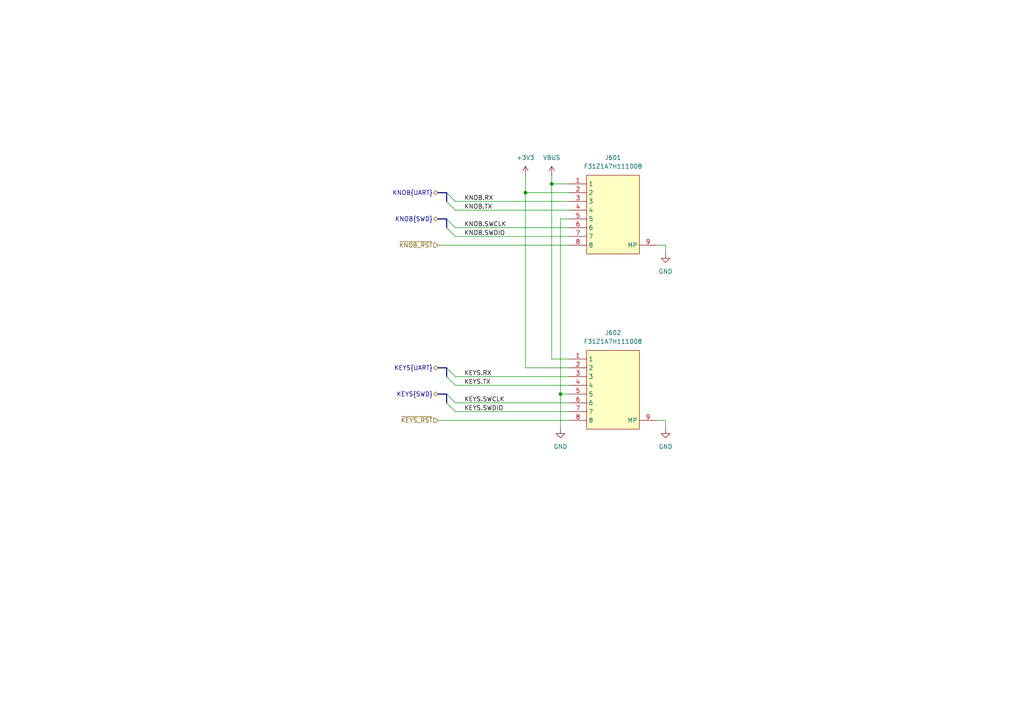
<source format=kicad_sch>
(kicad_sch (version 20250114) (generator "eeschema") (generator_version "9.0")
  (paper "A4")
  (lib_symbols
    (symbol "CONN-FPC:F31Z1A7H111008"
      (property "Reference" "J" (at 0 5.08 0))
      (property "Value" "F31Z1A7H111008" (at 0 2.54 0))
      (symbol "F31Z1A7H111008_1_1"
        (rectangle (start -7.62 0) (end 7.62 -22.86) (fill (type background)))
        (pin passive line (at -12.7 -2.54 0) (length 5.08) (name "1") (number "1"))
        (pin passive line (at -12.7 -5.08 0) (length 5.08) (name "2") (number "2"))
        (pin passive line (at -12.7 -7.62 0) (length 5.08) (name "3") (number "3"))
        (pin passive line (at -12.7 -10.16 0) (length 5.08) (name "4") (number "4"))
        (pin passive line (at -12.7 -12.7 0) (length 5.08) (name "5") (number "5"))
        (pin passive line (at -12.7 -15.24 0) (length 5.08) (name "6") (number "6"))
        (pin passive line (at -12.7 -17.78 0) (length 5.08) (name "7") (number "7"))
        (pin passive line (at -12.7 -20.32 0) (length 5.08) (name "8") (number "8"))
        (pin passive line (at 12.7 -20.32 180) (length 5.08) (hide yes) (name "MP") (number "10"))
        (pin passive line (at 12.7 -20.32 180) (length 5.08) (hide yes) (name "MP") (number "11"))
        (pin passive line (at 12.7 -20.32 180) (length 5.08) (hide yes) (name "MP") (number "12"))
        (pin passive line (at 12.7 -20.32 180) (length 5.08) (name "MP") (number "9"))
      )
    )
    (symbol "power:+3V3" (power) (pin_numbers (hide yes)) (pin_names (offset 0) (hide yes))
      (property "Value" "+3V3" (at 0 3.556 0))
      (symbol "+3V3_0_1"
        (polyline (pts (xy -0.762 1.27) (xy 0 2.54)))
        (polyline (pts (xy 0 2.54) (xy 0.762 1.27)))
        (polyline (pts (xy 0 0) (xy 0 2.54)))
      )
      (symbol "+3V3_1_1"
        (pin power_in line (at 0 0 90) (length 0) (name "~") (number "1"))
      )
    )
    (symbol "power:GND" (power) (pin_numbers (hide yes)) (pin_names (offset 0) (hide yes))
      (property "Value" "GND" (at 0 -3.81 0))
      (symbol "GND_0_1"
        (polyline (pts (xy 0 0) (xy 0 -1.27) (xy 1.27 -1.27) (xy 0 -2.54) (xy -1.27 -1.27) (xy 0 -1.27)))
      )
      (symbol "GND_1_1"
        (pin power_in line (at 0 0 270) (length 0) (name "~") (number "1"))
      )
    )
    (symbol "power:VBUS" (power) (pin_numbers (hide yes)) (pin_names (offset 0) (hide yes))
      (property "Value" "VBUS" (at 0 3.556 0))
      (symbol "VBUS_0_1"
        (polyline (pts (xy -0.762 1.27) (xy 0 2.54)))
        (polyline (pts (xy 0 2.54) (xy 0.762 1.27)))
        (polyline (pts (xy 0 0) (xy 0 2.54)))
      )
      (symbol "VBUS_1_1"
        (pin power_in line (at 0 0 90) (length 0) (name "~") (number "1"))
      )
    )
  )
  (bus_alias "UART" (members "TX" "RX"))
  (junction (at 152.4 55.88))
  (junction (at 160.02 53.34))
  (junction (at 162.56 114.3))
  (bus_entry (at 129.54 66.04) (size 2.54 2.54))
  (bus_entry (at 129.54 55.88) (size 2.54 2.54))
  (bus_entry (at 129.54 109.22) (size 2.54 2.54))
  (bus_entry (at 129.54 106.68) (size 2.54 2.54))
  (bus_entry (at 129.54 114.3) (size 2.54 2.54))
  (bus_entry (at 129.54 63.5) (size 2.54 2.54))
  (bus_entry (at 129.54 58.42) (size 2.54 2.54))
  (bus_entry (at 129.54 116.84) (size 2.54 2.54))
  (wire (pts (xy 127 71.12) (xy 165.1 71.12)))
  (bus (pts (xy 129.54 63.5) (xy 129.54 66.04)))
  (wire (pts (xy 132.08 119.38) (xy 165.1 119.38)))
  (wire (pts (xy 193.04 71.12) (xy 193.04 73.66)))
  (wire (pts (xy 132.08 111.76) (xy 165.1 111.76)))
  (wire (pts (xy 152.4 55.88) (xy 165.1 55.88)))
  (bus (pts (xy 127 106.68) (xy 129.54 106.68)))
  (wire (pts (xy 190.5 71.12) (xy 193.04 71.12)))
  (wire (pts (xy 162.56 114.3) (xy 162.56 124.46)))
  (bus (pts (xy 127 63.5) (xy 129.54 63.5)))
  (bus (pts (xy 129.54 55.88) (xy 129.54 58.42)))
  (bus (pts (xy 127 114.3) (xy 129.54 114.3)))
  (wire (pts (xy 132.08 60.96) (xy 165.1 60.96)))
  (bus (pts (xy 129.54 114.3) (xy 129.54 116.84)))
  (wire (pts (xy 132.08 68.58) (xy 165.1 68.58)))
  (bus (pts (xy 129.54 106.68) (xy 129.54 109.22)))
  (wire (pts (xy 152.4 55.88) (xy 152.4 106.68)))
  (wire (pts (xy 132.08 66.04) (xy 165.1 66.04)))
  (wire (pts (xy 160.02 53.34) (xy 165.1 53.34)))
  (wire (pts (xy 132.08 58.42) (xy 165.1 58.42)))
  (wire (pts (xy 165.1 63.5) (xy 162.56 63.5)))
  (wire (pts (xy 190.5 121.92) (xy 193.04 121.92)))
  (wire (pts (xy 160.02 53.34) (xy 160.02 104.14)))
  (wire (pts (xy 132.08 109.22) (xy 165.1 109.22)))
  (wire (pts (xy 162.56 114.3) (xy 165.1 114.3)))
  (wire (pts (xy 193.04 124.46) (xy 193.04 121.92)))
  (wire (pts (xy 165.1 104.14) (xy 160.02 104.14)))
  (wire (pts (xy 152.4 50.8) (xy 152.4 55.88)))
  (bus (pts (xy 127 55.88) (xy 129.54 55.88)))
  (wire (pts (xy 160.02 50.8) (xy 160.02 53.34)))
  (wire (pts (xy 132.08 116.84) (xy 165.1 116.84)))
  (wire (pts (xy 162.56 63.5) (xy 162.56 114.3)))
  (wire (pts (xy 152.4 106.68) (xy 165.1 106.68)))
  (wire (pts (xy 127 121.92) (xy 165.1 121.92)))
  (label "KEYS.SWCLK" (at 134.62 116.84 0))
  (label "KNOB.SWDIO" (at 134.62 68.58 0))
  (label "KNOB.SWCLK" (at 134.62 66.04 0))
  (label "KEYS.TX" (at 134.62 111.76 0))
  (label "KEYS.RX" (at 134.62 109.22 0))
  (label "KEYS.SWDIO" (at 134.62 119.38 0))
  (label "KNOB.RX" (at 134.62 58.42 0))
  (label "KNOB.TX" (at 134.62 60.96 0))
  (hierarchical_label "KEYS{UART}" (shape bidirectional) (at 127 106.68 180))
  (hierarchical_label "KNOB{UART}" (shape bidirectional) (at 127 55.88 180))
  (hierarchical_label "KNOB{SWD}" (shape bidirectional) (at 127 63.5 180))
  (hierarchical_label "~{KEYS_RST}" (shape input) (at 127 121.92 180))
  (hierarchical_label "KEYS{SWD}" (shape bidirectional) (at 127 114.3 180))
  (hierarchical_label "~{KNOB_RST}" (shape input) (at 127 71.12 180))
  (symbol (lib_id "power:GND") (at 193.04 73.66 0) (unit 1)
    (property "Reference" "#PWR0603" (effects (hide yes)))
    (property "Value" "GND" (at 193.04 78.74 0))
  )
  (symbol (lib_id "power:GND") (at 162.56 124.46 0) (mirror y) (unit 1)
    (property "Reference" "#PWR0604" (effects (hide yes)))
    (property "Value" "GND" (at 162.56 129.54 0))
  )
  (symbol (lib_id "CONN-FPC:F31Z1A7H111008") (at 177.8 50.8 0) (unit 1)
    (property "Reference" "J601" (at 177.8 45.72 0))
    (property "Value" "F31Z1A7H111008" (at 177.8 48.26 0))
    (property "Footprint" "project_footprints:F31Z1A7H111008" (effects (hide yes)))
    (property "Datasheet" "https://cdn.amphenol-cs.com/media/wysiwyg/files/drawing/f31z-f31w.pdf" (effects (hide yes)))
    (property "Description" "Flex Connector, 0.50mm Pitch, Height 4.25mm, Vertical, Slider type, ZIF, 8 position, With MYLAR" (effects (hide yes)))
    (property "Height" "4.45" (effects (hide yes)))
  )
  (symbol (lib_id "power:VBUS") (at 160.02 50.8 0) (unit 1)
    (property "Reference" "#PWR0601" (effects (hide yes)))
    (property "Value" "VBUS" (at 160.02 45.72 0))
    (property "Description" "Power symbol creates a global label with name \"VBUS\"" (effects (hide yes)))
  )
  (symbol (lib_id "CONN-FPC:F31Z1A7H111008") (at 177.8 101.6 0) (unit 1)
    (property "Reference" "J602" (at 177.8 96.52 0))
    (property "Value" "F31Z1A7H111008" (at 177.8 99.06 0))
    (property "Footprint" "project_footprints:F31Z1A7H111008" (effects (hide yes)))
    (property "Datasheet" "https://cdn.amphenol-cs.com/media/wysiwyg/files/drawing/f31z-f31w.pdf" (effects (hide yes)))
    (property "Description" "Flex Connector, 0.50mm Pitch, Height 4.25mm, Vertical, Slider type, ZIF, 8 position, With MYLAR" (effects (hide yes)))
    (property "Height" "4.45" (effects (hide yes)))
  )
  (symbol (lib_id "power:GND") (at 193.04 124.46 0) (unit 1)
    (property "Reference" "#PWR0602" (effects (hide yes)))
    (property "Value" "GND" (at 193.04 129.54 0))
  )
  (symbol (lib_id "power:+3V3") (at 152.4 50.8 0) (unit 1)
    (property "Reference" "#PWR0605" (effects (hide yes)))
    (property "Value" "+3V3" (at 152.4 45.72 0))
    (property "Description" "Power symbol creates a global label with name \"+3V3\"" (effects (hide yes)))
  )
)
</source>
